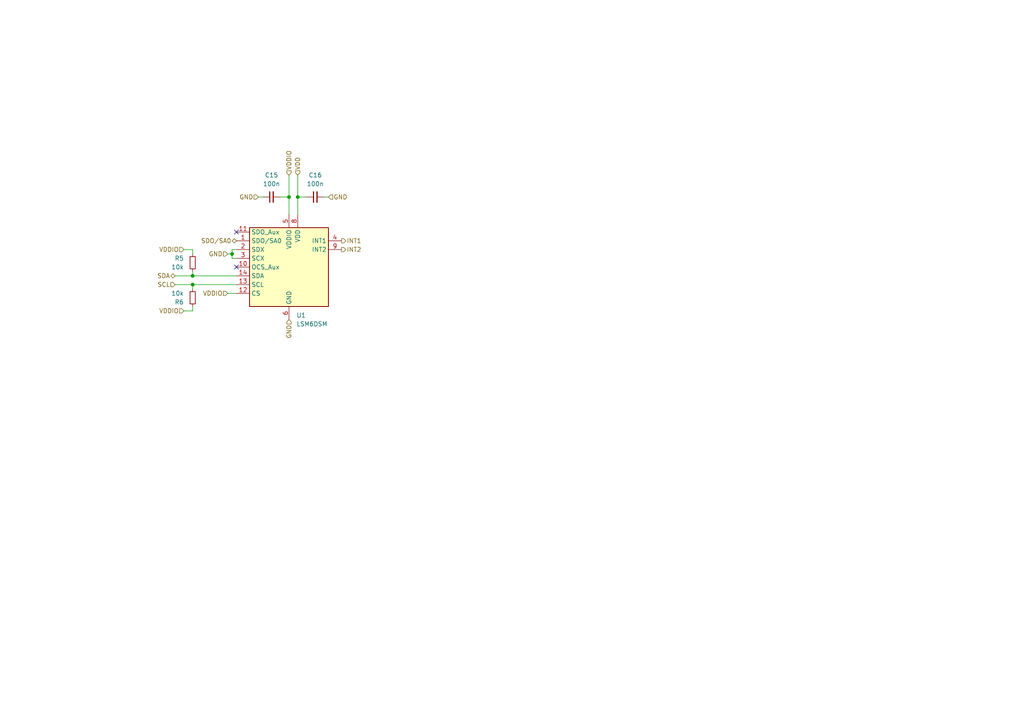
<source format=kicad_sch>
(kicad_sch
	(version 20250114)
	(generator "eeschema")
	(generator_version "9.0")
	(uuid "cb485925-6e94-44df-8039-b4a5be463d72")
	(paper "A4")
	(lib_symbols
		(symbol "Device:C_Small"
			(pin_numbers
				(hide yes)
			)
			(pin_names
				(offset 0.254)
				(hide yes)
			)
			(exclude_from_sim no)
			(in_bom yes)
			(on_board yes)
			(property "Reference" "C"
				(at 0.254 1.778 0)
				(effects
					(font
						(size 1.27 1.27)
					)
					(justify left)
				)
			)
			(property "Value" "C_Small"
				(at 0.254 -2.032 0)
				(effects
					(font
						(size 1.27 1.27)
					)
					(justify left)
				)
			)
			(property "Footprint" ""
				(at 0 0 0)
				(effects
					(font
						(size 1.27 1.27)
					)
					(hide yes)
				)
			)
			(property "Datasheet" "~"
				(at 0 0 0)
				(effects
					(font
						(size 1.27 1.27)
					)
					(hide yes)
				)
			)
			(property "Description" "Unpolarized capacitor, small symbol"
				(at 0 0 0)
				(effects
					(font
						(size 1.27 1.27)
					)
					(hide yes)
				)
			)
			(property "ki_keywords" "capacitor cap"
				(at 0 0 0)
				(effects
					(font
						(size 1.27 1.27)
					)
					(hide yes)
				)
			)
			(property "ki_fp_filters" "C_*"
				(at 0 0 0)
				(effects
					(font
						(size 1.27 1.27)
					)
					(hide yes)
				)
			)
			(symbol "C_Small_0_1"
				(polyline
					(pts
						(xy -1.524 0.508) (xy 1.524 0.508)
					)
					(stroke
						(width 0.3048)
						(type default)
					)
					(fill
						(type none)
					)
				)
				(polyline
					(pts
						(xy -1.524 -0.508) (xy 1.524 -0.508)
					)
					(stroke
						(width 0.3302)
						(type default)
					)
					(fill
						(type none)
					)
				)
			)
			(symbol "C_Small_1_1"
				(pin passive line
					(at 0 2.54 270)
					(length 2.032)
					(name "~"
						(effects
							(font
								(size 1.27 1.27)
							)
						)
					)
					(number "1"
						(effects
							(font
								(size 1.27 1.27)
							)
						)
					)
				)
				(pin passive line
					(at 0 -2.54 90)
					(length 2.032)
					(name "~"
						(effects
							(font
								(size 1.27 1.27)
							)
						)
					)
					(number "2"
						(effects
							(font
								(size 1.27 1.27)
							)
						)
					)
				)
			)
			(embedded_fonts no)
		)
		(symbol "Device:R_Small"
			(pin_numbers
				(hide yes)
			)
			(pin_names
				(offset 0.254)
				(hide yes)
			)
			(exclude_from_sim no)
			(in_bom yes)
			(on_board yes)
			(property "Reference" "R"
				(at 0.762 0.508 0)
				(effects
					(font
						(size 1.27 1.27)
					)
					(justify left)
				)
			)
			(property "Value" "R_Small"
				(at 0.762 -1.016 0)
				(effects
					(font
						(size 1.27 1.27)
					)
					(justify left)
				)
			)
			(property "Footprint" ""
				(at 0 0 0)
				(effects
					(font
						(size 1.27 1.27)
					)
					(hide yes)
				)
			)
			(property "Datasheet" "~"
				(at 0 0 0)
				(effects
					(font
						(size 1.27 1.27)
					)
					(hide yes)
				)
			)
			(property "Description" "Resistor, small symbol"
				(at 0 0 0)
				(effects
					(font
						(size 1.27 1.27)
					)
					(hide yes)
				)
			)
			(property "ki_keywords" "R resistor"
				(at 0 0 0)
				(effects
					(font
						(size 1.27 1.27)
					)
					(hide yes)
				)
			)
			(property "ki_fp_filters" "R_*"
				(at 0 0 0)
				(effects
					(font
						(size 1.27 1.27)
					)
					(hide yes)
				)
			)
			(symbol "R_Small_0_1"
				(rectangle
					(start -0.762 1.778)
					(end 0.762 -1.778)
					(stroke
						(width 0.2032)
						(type default)
					)
					(fill
						(type none)
					)
				)
			)
			(symbol "R_Small_1_1"
				(pin passive line
					(at 0 2.54 270)
					(length 0.762)
					(name "~"
						(effects
							(font
								(size 1.27 1.27)
							)
						)
					)
					(number "1"
						(effects
							(font
								(size 1.27 1.27)
							)
						)
					)
				)
				(pin passive line
					(at 0 -2.54 90)
					(length 0.762)
					(name "~"
						(effects
							(font
								(size 1.27 1.27)
							)
						)
					)
					(number "2"
						(effects
							(font
								(size 1.27 1.27)
							)
						)
					)
				)
			)
			(embedded_fonts no)
		)
		(symbol "Sensor_Motion:LSM6DSM"
			(exclude_from_sim no)
			(in_bom yes)
			(on_board yes)
			(property "Reference" "U"
				(at -11.43 15.24 0)
				(effects
					(font
						(size 1.27 1.27)
					)
					(justify left)
				)
			)
			(property "Value" "LSM6DSM"
				(at -11.43 12.7 0)
				(effects
					(font
						(size 1.27 1.27)
					)
					(justify left bottom)
				)
			)
			(property "Footprint" "Package_LGA:LGA-14_3x2.5mm_P0.5mm_LayoutBorder3x4y"
				(at -10.16 -17.78 0)
				(effects
					(font
						(size 1.27 1.27)
					)
					(justify left)
					(hide yes)
				)
			)
			(property "Datasheet" "https://www.st.com/resource/en/datasheet/lsm6dsm.pdf"
				(at 2.54 -16.51 0)
				(effects
					(font
						(size 1.27 1.27)
					)
					(hide yes)
				)
			)
			(property "Description" "I2C/SPI, iNEMO inertial module: always-on 3D accelerometer and 3D gyroscope, with auxiliary SPI, 1.71V to 3.6V VCC"
				(at 0 0 0)
				(effects
					(font
						(size 1.27 1.27)
					)
					(hide yes)
				)
			)
			(property "ki_keywords" "Accelerometer Gyroscope MEMS"
				(at 0 0 0)
				(effects
					(font
						(size 1.27 1.27)
					)
					(hide yes)
				)
			)
			(property "ki_fp_filters" "LGA*3x2.5mm*P0.5mm*LayoutBorder3x4y*"
				(at 0 0 0)
				(effects
					(font
						(size 1.27 1.27)
					)
					(hide yes)
				)
			)
			(symbol "LSM6DSM_0_1"
				(rectangle
					(start 11.43 11.43)
					(end -11.43 -11.43)
					(stroke
						(width 0.254)
						(type default)
					)
					(fill
						(type background)
					)
				)
			)
			(symbol "LSM6DSM_1_1"
				(pin bidirectional line
					(at -15.24 10.16 0)
					(length 3.81)
					(name "SDO_Aux"
						(effects
							(font
								(size 1.27 1.27)
							)
						)
					)
					(number "11"
						(effects
							(font
								(size 1.27 1.27)
							)
						)
					)
				)
				(pin bidirectional line
					(at -15.24 7.62 0)
					(length 3.81)
					(name "SDO/SA0"
						(effects
							(font
								(size 1.27 1.27)
							)
						)
					)
					(number "1"
						(effects
							(font
								(size 1.27 1.27)
							)
						)
					)
				)
				(pin bidirectional line
					(at -15.24 5.08 0)
					(length 3.81)
					(name "SDX"
						(effects
							(font
								(size 1.27 1.27)
							)
						)
					)
					(number "2"
						(effects
							(font
								(size 1.27 1.27)
							)
						)
					)
				)
				(pin input line
					(at -15.24 2.54 0)
					(length 3.81)
					(name "SCX"
						(effects
							(font
								(size 1.27 1.27)
							)
						)
					)
					(number "3"
						(effects
							(font
								(size 1.27 1.27)
							)
						)
					)
				)
				(pin passive line
					(at -15.24 0 0)
					(length 3.81)
					(name "OCS_Aux"
						(effects
							(font
								(size 1.27 1.27)
							)
						)
					)
					(number "10"
						(effects
							(font
								(size 1.27 1.27)
							)
						)
					)
				)
				(pin bidirectional line
					(at -15.24 -2.54 0)
					(length 3.81)
					(name "SDA"
						(effects
							(font
								(size 1.27 1.27)
							)
						)
					)
					(number "14"
						(effects
							(font
								(size 1.27 1.27)
							)
						)
					)
				)
				(pin input line
					(at -15.24 -5.08 0)
					(length 3.81)
					(name "SCL"
						(effects
							(font
								(size 1.27 1.27)
							)
						)
					)
					(number "13"
						(effects
							(font
								(size 1.27 1.27)
							)
						)
					)
				)
				(pin input line
					(at -15.24 -7.62 0)
					(length 3.81)
					(name "CS"
						(effects
							(font
								(size 1.27 1.27)
							)
						)
					)
					(number "12"
						(effects
							(font
								(size 1.27 1.27)
							)
						)
					)
				)
				(pin power_in line
					(at 0 15.24 270)
					(length 3.81)
					(name "VDDIO"
						(effects
							(font
								(size 1.27 1.27)
							)
						)
					)
					(number "5"
						(effects
							(font
								(size 1.27 1.27)
							)
						)
					)
				)
				(pin power_in line
					(at 0 -15.24 90)
					(length 3.81)
					(name "GND"
						(effects
							(font
								(size 1.27 1.27)
							)
						)
					)
					(number "6"
						(effects
							(font
								(size 1.27 1.27)
							)
						)
					)
				)
				(pin passive line
					(at 0 -15.24 90)
					(length 3.81)
					(hide yes)
					(name "GND"
						(effects
							(font
								(size 1.27 1.27)
							)
						)
					)
					(number "7"
						(effects
							(font
								(size 1.27 1.27)
							)
						)
					)
				)
				(pin power_in line
					(at 2.54 15.24 270)
					(length 3.81)
					(name "VDD"
						(effects
							(font
								(size 1.27 1.27)
							)
						)
					)
					(number "8"
						(effects
							(font
								(size 1.27 1.27)
							)
						)
					)
				)
				(pin output line
					(at 15.24 7.62 180)
					(length 3.81)
					(name "INT1"
						(effects
							(font
								(size 1.27 1.27)
							)
						)
					)
					(number "4"
						(effects
							(font
								(size 1.27 1.27)
							)
						)
					)
				)
				(pin output line
					(at 15.24 5.08 180)
					(length 3.81)
					(name "INT2"
						(effects
							(font
								(size 1.27 1.27)
							)
						)
					)
					(number "9"
						(effects
							(font
								(size 1.27 1.27)
							)
						)
					)
				)
			)
			(embedded_fonts no)
		)
	)
	(junction
		(at 67.31 73.66)
		(diameter 0)
		(color 0 0 0 0)
		(uuid "4fbf1a86-6bb0-4dfa-9f27-b99d4a2da4e3")
	)
	(junction
		(at 83.82 57.15)
		(diameter 0)
		(color 0 0 0 0)
		(uuid "5a98bb00-8180-4447-a5d1-37c82fb63eab")
	)
	(junction
		(at 55.88 80.01)
		(diameter 0)
		(color 0 0 0 0)
		(uuid "6801c4f6-e354-40c7-99f4-cec1704552d8")
	)
	(junction
		(at 86.36 57.15)
		(diameter 0)
		(color 0 0 0 0)
		(uuid "8cfa1e84-3191-4ef3-a248-cabb4994f303")
	)
	(junction
		(at 55.88 82.55)
		(diameter 0)
		(color 0 0 0 0)
		(uuid "c08af17c-af75-4c36-b9da-e9c7e68f3b47")
	)
	(no_connect
		(at 68.58 77.47)
		(uuid "0a5a2e04-aced-4677-8880-036d51097679")
	)
	(no_connect
		(at 68.58 67.31)
		(uuid "5fc91014-f730-4641-a495-28fc5421a3e2")
	)
	(wire
		(pts
			(xy 55.88 82.55) (xy 68.58 82.55)
		)
		(stroke
			(width 0)
			(type default)
		)
		(uuid "11253353-b9ed-40ae-9a25-fb8922738351")
	)
	(wire
		(pts
			(xy 83.82 50.8) (xy 83.82 57.15)
		)
		(stroke
			(width 0)
			(type default)
		)
		(uuid "17882bba-3d2c-4c70-85c2-8012b24003fd")
	)
	(wire
		(pts
			(xy 74.93 57.15) (xy 76.2 57.15)
		)
		(stroke
			(width 0)
			(type default)
		)
		(uuid "28498838-3ed9-4c0e-aec0-bfb6128f069e")
	)
	(wire
		(pts
			(xy 55.88 78.74) (xy 55.88 80.01)
		)
		(stroke
			(width 0)
			(type default)
		)
		(uuid "356e6fe5-717f-4ae2-a1ae-fae0dda45a4d")
	)
	(wire
		(pts
			(xy 50.8 82.55) (xy 55.88 82.55)
		)
		(stroke
			(width 0)
			(type default)
		)
		(uuid "3692dce2-b0db-4db1-a9fa-8d574baeeeb9")
	)
	(wire
		(pts
			(xy 86.36 57.15) (xy 86.36 62.23)
		)
		(stroke
			(width 0)
			(type default)
		)
		(uuid "4a91e5ee-0afb-4f59-b891-ffb5f9af883d")
	)
	(wire
		(pts
			(xy 86.36 57.15) (xy 88.9 57.15)
		)
		(stroke
			(width 0)
			(type default)
		)
		(uuid "4dd1bdfb-23b1-4e52-80cc-104731c7949e")
	)
	(wire
		(pts
			(xy 86.36 50.8) (xy 86.36 57.15)
		)
		(stroke
			(width 0)
			(type default)
		)
		(uuid "4e1b15ba-d9c7-44d2-91bc-2ec7e3cb22da")
	)
	(wire
		(pts
			(xy 53.34 72.39) (xy 55.88 72.39)
		)
		(stroke
			(width 0)
			(type default)
		)
		(uuid "50f6ef5b-ec86-4c23-90c7-e653f022f0f9")
	)
	(wire
		(pts
			(xy 55.88 90.17) (xy 55.88 88.9)
		)
		(stroke
			(width 0)
			(type default)
		)
		(uuid "55d2fa1a-22ce-465f-a474-546905b902bb")
	)
	(wire
		(pts
			(xy 66.04 85.09) (xy 68.58 85.09)
		)
		(stroke
			(width 0)
			(type default)
		)
		(uuid "5c57b0a1-19a1-4248-a5c6-a1460520a8ef")
	)
	(wire
		(pts
			(xy 81.28 57.15) (xy 83.82 57.15)
		)
		(stroke
			(width 0)
			(type default)
		)
		(uuid "6f039ef9-ec19-4cfc-87ba-ad2912439ec9")
	)
	(wire
		(pts
			(xy 83.82 57.15) (xy 83.82 62.23)
		)
		(stroke
			(width 0)
			(type default)
		)
		(uuid "8417c10d-3167-4e7f-b386-86fd61288ae4")
	)
	(wire
		(pts
			(xy 66.04 73.66) (xy 67.31 73.66)
		)
		(stroke
			(width 0)
			(type default)
		)
		(uuid "a079088d-6871-4188-857e-043e98aa3d02")
	)
	(wire
		(pts
			(xy 55.88 82.55) (xy 55.88 83.82)
		)
		(stroke
			(width 0)
			(type default)
		)
		(uuid "a84de73c-8cc3-474d-afc9-cc3e105a0114")
	)
	(wire
		(pts
			(xy 67.31 72.39) (xy 67.31 73.66)
		)
		(stroke
			(width 0)
			(type default)
		)
		(uuid "a89d75df-b168-4fde-9062-c6649426aeb5")
	)
	(wire
		(pts
			(xy 67.31 74.93) (xy 68.58 74.93)
		)
		(stroke
			(width 0)
			(type default)
		)
		(uuid "a94031a5-a3ea-4d7b-a1e1-69a0a6bed896")
	)
	(wire
		(pts
			(xy 53.34 90.17) (xy 55.88 90.17)
		)
		(stroke
			(width 0)
			(type default)
		)
		(uuid "adc4a662-a1a1-4d97-b990-fc522b4bf922")
	)
	(wire
		(pts
			(xy 50.8 80.01) (xy 55.88 80.01)
		)
		(stroke
			(width 0)
			(type default)
		)
		(uuid "b3012ecb-6fb7-4f4c-83f3-7261f35308fb")
	)
	(wire
		(pts
			(xy 67.31 73.66) (xy 67.31 74.93)
		)
		(stroke
			(width 0)
			(type default)
		)
		(uuid "b5119b77-d83e-4432-ab7c-a2c2ad05aec0")
	)
	(wire
		(pts
			(xy 68.58 72.39) (xy 67.31 72.39)
		)
		(stroke
			(width 0)
			(type default)
		)
		(uuid "d5cd679c-fc3c-4cd3-a4ba-7676e5a94882")
	)
	(wire
		(pts
			(xy 55.88 72.39) (xy 55.88 73.66)
		)
		(stroke
			(width 0)
			(type default)
		)
		(uuid "dd7271e9-8c0b-4441-9fe4-bae04255fe22")
	)
	(wire
		(pts
			(xy 55.88 80.01) (xy 68.58 80.01)
		)
		(stroke
			(width 0)
			(type default)
		)
		(uuid "e6fb4eb0-08fd-4b30-91d6-dfd8ac7319a8")
	)
	(wire
		(pts
			(xy 93.98 57.15) (xy 95.25 57.15)
		)
		(stroke
			(width 0)
			(type default)
		)
		(uuid "f5e9181a-138a-45ba-b931-d82b1d377614")
	)
	(hierarchical_label "GND"
		(shape input)
		(at 95.25 57.15 0)
		(effects
			(font
				(size 1.27 1.27)
			)
			(justify left)
		)
		(uuid "02b565be-f8c3-4ab0-ae39-730afce48cbf")
	)
	(hierarchical_label "GND"
		(shape input)
		(at 74.93 57.15 180)
		(effects
			(font
				(size 1.27 1.27)
			)
			(justify right)
		)
		(uuid "1668a00f-f956-41ea-a2f6-e074a7563413")
	)
	(hierarchical_label "VDD"
		(shape input)
		(at 86.36 50.8 90)
		(effects
			(font
				(size 1.27 1.27)
			)
			(justify left)
		)
		(uuid "2ff5b28f-a55e-448f-a5bb-24b3878a9bcf")
	)
	(hierarchical_label "INT2"
		(shape output)
		(at 99.06 72.39 0)
		(effects
			(font
				(size 1.27 1.27)
			)
			(justify left)
		)
		(uuid "32120d30-21a8-45e9-a7de-bc29e4cf63bc")
	)
	(hierarchical_label "GND"
		(shape input)
		(at 66.04 73.66 180)
		(effects
			(font
				(size 1.27 1.27)
			)
			(justify right)
		)
		(uuid "5a56d81e-a82a-4445-9eeb-33714c37b5aa")
	)
	(hierarchical_label "SCL"
		(shape input)
		(at 50.8 82.55 180)
		(effects
			(font
				(size 1.27 1.27)
			)
			(justify right)
		)
		(uuid "873f1a43-e8c3-410b-bbcd-e1047b01ac58")
	)
	(hierarchical_label "SDO{slash}SA0"
		(shape bidirectional)
		(at 68.58 69.85 180)
		(effects
			(font
				(size 1.27 1.27)
			)
			(justify right)
		)
		(uuid "95fc3315-9d7e-4bcb-a3ac-af08d90e72ca")
	)
	(hierarchical_label "VDDIO"
		(shape input)
		(at 53.34 90.17 180)
		(effects
			(font
				(size 1.27 1.27)
			)
			(justify right)
		)
		(uuid "a2bae770-5689-45a6-9a00-179e76b7540f")
	)
	(hierarchical_label "GND"
		(shape input)
		(at 83.82 92.71 270)
		(effects
			(font
				(size 1.27 1.27)
			)
			(justify right)
		)
		(uuid "abf8aaf5-edf1-43f6-8465-394bb614a13e")
	)
	(hierarchical_label "INT1"
		(shape output)
		(at 99.06 69.85 0)
		(effects
			(font
				(size 1.27 1.27)
			)
			(justify left)
		)
		(uuid "c590f024-6b13-4336-94e1-002c88f8867e")
	)
	(hierarchical_label "VDDIO"
		(shape input)
		(at 83.82 50.8 90)
		(effects
			(font
				(size 1.27 1.27)
			)
			(justify left)
		)
		(uuid "c8739b8e-ec2a-4f58-9cc8-518c21de2547")
	)
	(hierarchical_label "SDA"
		(shape bidirectional)
		(at 50.8 80.01 180)
		(effects
			(font
				(size 1.27 1.27)
			)
			(justify right)
		)
		(uuid "e3799816-c498-4f62-a425-d108b436fe12")
	)
	(hierarchical_label "VDDIO"
		(shape input)
		(at 53.34 72.39 180)
		(effects
			(font
				(size 1.27 1.27)
			)
			(justify right)
		)
		(uuid "ebe8f186-ab68-40c4-bb89-36b603df071e")
	)
	(hierarchical_label "VDDIO"
		(shape input)
		(at 66.04 85.09 180)
		(effects
			(font
				(size 1.27 1.27)
			)
			(justify right)
		)
		(uuid "fc7c7fec-d840-4951-8ec0-529e612fce10")
	)
	(symbol
		(lib_id "Sensor_Motion:LSM6DSM")
		(at 83.82 77.47 0)
		(unit 1)
		(exclude_from_sim no)
		(in_bom yes)
		(on_board yes)
		(dnp no)
		(fields_autoplaced yes)
		(uuid "146599bd-5c9d-429d-8f5b-9d668523ac1d")
		(property "Reference" "U1"
			(at 85.9633 91.44 0)
			(effects
				(font
					(size 1.27 1.27)
				)
				(justify left)
			)
		)
		(property "Value" "LSM6DSM"
			(at 85.9633 93.98 0)
			(effects
				(font
					(size 1.27 1.27)
				)
				(justify left)
			)
		)
		(property "Footprint" "Package_LGA:LGA-14_3x2.5mm_P0.5mm_LayoutBorder3x4y"
			(at 73.66 95.25 0)
			(effects
				(font
					(size 1.27 1.27)
				)
				(justify left)
				(hide yes)
			)
		)
		(property "Datasheet" "https://www.st.com/resource/en/datasheet/lsm6dsm.pdf"
			(at 86.36 93.98 0)
			(effects
				(font
					(size 1.27 1.27)
				)
				(hide yes)
			)
		)
		(property "Description" "I2C/SPI, iNEMO inertial module: always-on 3D accelerometer and 3D gyroscope, with auxiliary SPI, 1.71V to 3.6V VCC"
			(at 83.82 77.47 0)
			(effects
				(font
					(size 1.27 1.27)
				)
				(hide yes)
			)
		)
		(pin "10"
			(uuid "87844137-575a-4277-bfe0-a9e775bd6f48")
		)
		(pin "3"
			(uuid "8c203e73-31dd-4671-860d-921ac05349e4")
		)
		(pin "5"
			(uuid "9ebfd37a-aede-4022-9de6-7d3b9ac96895")
		)
		(pin "12"
			(uuid "d6d12711-befa-4d93-a6ee-9c0fa2153a48")
		)
		(pin "13"
			(uuid "70ce1a35-80bc-43f3-bf40-26797488fd8c")
		)
		(pin "8"
			(uuid "c7f3bfdf-6c94-452e-86ae-2bb4b7d824d8")
		)
		(pin "7"
			(uuid "b0343bc9-7e03-449a-92b9-9c8b27e130ad")
		)
		(pin "2"
			(uuid "2b7d51a5-7f62-48e2-bd6c-ae05fa0e4551")
		)
		(pin "1"
			(uuid "08732816-f524-47a1-83a2-dcc349cff314")
		)
		(pin "6"
			(uuid "74607080-7620-4419-abb3-b3a203a02025")
		)
		(pin "4"
			(uuid "e7fcd7b5-ea1c-4d0f-a37a-635a613bdccf")
		)
		(pin "9"
			(uuid "d4332804-2ece-48bd-b086-070bd4236f23")
		)
		(pin "11"
			(uuid "15ca2f64-352b-4445-a42c-82098c215417")
		)
		(pin "14"
			(uuid "36b66b20-3a3d-4795-b93f-9e716e021051")
		)
		(instances
			(project "Rattrapage_Option_Maker"
				(path "/7d8adc11-0b61-4b15-8d40-e1382185ffc3/a938fc5f-ca7e-4557-b33d-94239b61293f"
					(reference "U1")
					(unit 1)
				)
			)
		)
	)
	(symbol
		(lib_id "Device:R_Small")
		(at 55.88 86.36 0)
		(unit 1)
		(exclude_from_sim no)
		(in_bom yes)
		(on_board yes)
		(dnp no)
		(fields_autoplaced yes)
		(uuid "191668e5-b286-42e6-944d-5b58b5e70f9e")
		(property "Reference" "R6"
			(at 53.34 87.6301 0)
			(effects
				(font
					(size 1.27 1.27)
				)
				(justify right)
			)
		)
		(property "Value" "10k"
			(at 53.34 85.0901 0)
			(effects
				(font
					(size 1.27 1.27)
				)
				(justify right)
			)
		)
		(property "Footprint" "Resistor_SMD:R_0603_1608Metric_Pad0.98x0.95mm_HandSolder"
			(at 55.88 86.36 0)
			(effects
				(font
					(size 1.27 1.27)
				)
				(hide yes)
			)
		)
		(property "Datasheet" "~"
			(at 55.88 86.36 0)
			(effects
				(font
					(size 1.27 1.27)
				)
				(hide yes)
			)
		)
		(property "Description" "Resistor, small symbol"
			(at 55.88 86.36 0)
			(effects
				(font
					(size 1.27 1.27)
				)
				(hide yes)
			)
		)
		(pin "1"
			(uuid "44af91cb-d525-4306-94bf-219f1418d181")
		)
		(pin "2"
			(uuid "b669ca98-2bc9-4133-974c-b74025d1b17d")
		)
		(instances
			(project "Rattrapage_Option_Maker"
				(path "/7d8adc11-0b61-4b15-8d40-e1382185ffc3/a938fc5f-ca7e-4557-b33d-94239b61293f"
					(reference "R6")
					(unit 1)
				)
			)
		)
	)
	(symbol
		(lib_id "Device:C_Small")
		(at 78.74 57.15 90)
		(unit 1)
		(exclude_from_sim no)
		(in_bom yes)
		(on_board yes)
		(dnp no)
		(fields_autoplaced yes)
		(uuid "5c451904-cbdb-4a92-9f93-b1aded5a2eec")
		(property "Reference" "C15"
			(at 78.7463 50.8 90)
			(effects
				(font
					(size 1.27 1.27)
				)
			)
		)
		(property "Value" "100n"
			(at 78.7463 53.34 90)
			(effects
				(font
					(size 1.27 1.27)
				)
			)
		)
		(property "Footprint" "Capacitor_SMD:C_0504_1310Metric"
			(at 78.74 57.15 0)
			(effects
				(font
					(size 1.27 1.27)
				)
				(hide yes)
			)
		)
		(property "Datasheet" "~"
			(at 78.74 57.15 0)
			(effects
				(font
					(size 1.27 1.27)
				)
				(hide yes)
			)
		)
		(property "Description" "Unpolarized capacitor, small symbol"
			(at 78.74 57.15 0)
			(effects
				(font
					(size 1.27 1.27)
				)
				(hide yes)
			)
		)
		(pin "1"
			(uuid "be8275e5-f8a4-4973-8a9c-0a50db5262f0")
		)
		(pin "2"
			(uuid "368a0c36-b771-4353-b909-d0af79ccbf5e")
		)
		(instances
			(project ""
				(path "/7d8adc11-0b61-4b15-8d40-e1382185ffc3/a938fc5f-ca7e-4557-b33d-94239b61293f"
					(reference "C15")
					(unit 1)
				)
			)
		)
	)
	(symbol
		(lib_id "Device:C_Small")
		(at 91.44 57.15 90)
		(unit 1)
		(exclude_from_sim no)
		(in_bom yes)
		(on_board yes)
		(dnp no)
		(fields_autoplaced yes)
		(uuid "72cb5ff0-543e-49c3-87ca-0ce7a5cacc4e")
		(property "Reference" "C16"
			(at 91.4463 50.8 90)
			(effects
				(font
					(size 1.27 1.27)
				)
			)
		)
		(property "Value" "100n"
			(at 91.4463 53.34 90)
			(effects
				(font
					(size 1.27 1.27)
				)
			)
		)
		(property "Footprint" "Capacitor_SMD:C_0504_1310Metric"
			(at 91.44 57.15 0)
			(effects
				(font
					(size 1.27 1.27)
				)
				(hide yes)
			)
		)
		(property "Datasheet" "~"
			(at 91.44 57.15 0)
			(effects
				(font
					(size 1.27 1.27)
				)
				(hide yes)
			)
		)
		(property "Description" "Unpolarized capacitor, small symbol"
			(at 91.44 57.15 0)
			(effects
				(font
					(size 1.27 1.27)
				)
				(hide yes)
			)
		)
		(pin "1"
			(uuid "a4d3f902-76d6-4ee9-b01e-963515001d2c")
		)
		(pin "2"
			(uuid "cc88d307-97c1-4d4c-a1c3-c51dea2722e9")
		)
		(instances
			(project "Rattrapage_Option_Maker"
				(path "/7d8adc11-0b61-4b15-8d40-e1382185ffc3/a938fc5f-ca7e-4557-b33d-94239b61293f"
					(reference "C16")
					(unit 1)
				)
			)
		)
	)
	(symbol
		(lib_id "Device:R_Small")
		(at 55.88 76.2 0)
		(mirror x)
		(unit 1)
		(exclude_from_sim no)
		(in_bom yes)
		(on_board yes)
		(dnp no)
		(fields_autoplaced yes)
		(uuid "dc28da87-dacd-4841-8dde-03a74255fe42")
		(property "Reference" "R5"
			(at 53.34 74.9299 0)
			(effects
				(font
					(size 1.27 1.27)
				)
				(justify right)
			)
		)
		(property "Value" "10k"
			(at 53.34 77.4699 0)
			(effects
				(font
					(size 1.27 1.27)
				)
				(justify right)
			)
		)
		(property "Footprint" "Resistor_SMD:R_0603_1608Metric_Pad0.98x0.95mm_HandSolder"
			(at 55.88 76.2 0)
			(effects
				(font
					(size 1.27 1.27)
				)
				(hide yes)
			)
		)
		(property "Datasheet" "~"
			(at 55.88 76.2 0)
			(effects
				(font
					(size 1.27 1.27)
				)
				(hide yes)
			)
		)
		(property "Description" "Resistor, small symbol"
			(at 55.88 76.2 0)
			(effects
				(font
					(size 1.27 1.27)
				)
				(hide yes)
			)
		)
		(pin "1"
			(uuid "3b83a298-78d5-4f8a-929e-ea017a08c423")
		)
		(pin "2"
			(uuid "c97737ed-ccbb-4bdc-b082-c6664bea4b4c")
		)
		(instances
			(project ""
				(path "/7d8adc11-0b61-4b15-8d40-e1382185ffc3/a938fc5f-ca7e-4557-b33d-94239b61293f"
					(reference "R5")
					(unit 1)
				)
			)
		)
	)
)

</source>
